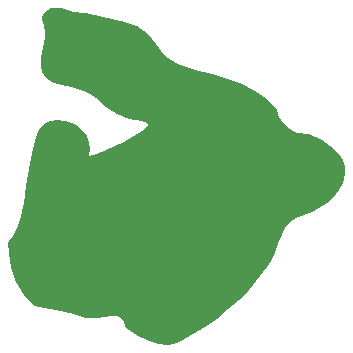
<source format=gbo>
%FSLAX46Y46*%
%MOMM*%
G01*
%LPD*%
G36*
X-52727071Y-6586087D02*
X-52666346Y-7411072D01*
X-52496318Y-8664598D01*
X-52052163Y-9857400D01*
X-51383326Y-10943500D01*
X-50538389Y-11876055D01*
X-48308934Y-12270764D01*
X-47215026Y-12520601D01*
X-46139336Y-12861526D01*
X-45104417Y-12853718D01*
X-44037402Y-12728800D01*
X-43568089Y-12751354D01*
X-43182922Y-12897960D01*
X-42912264Y-13220668D01*
X-42787346Y-13770658D01*
X-41742017Y-14421277D01*
X-40561360Y-14939170D01*
X-39946308Y-15092716D01*
X-39330389Y-15145633D01*
X-38724012Y-15076234D01*
X-38136720Y-14861963D01*
X-36041726Y-13644871D01*
X-35044110Y-12969095D01*
X-34143653Y-12151917D01*
X-33196351Y-11377247D01*
X-32371366Y-10482862D01*
X-30869737Y-8551824D01*
X-30515800Y-8072101D01*
X-30253817Y-7523846D01*
X-29840024Y-6339719D01*
X-29309118Y-5233666D01*
X-28897927Y-4784305D01*
X-28337527Y-4443381D01*
X-26989444Y-3895126D01*
X-25719435Y-3124793D01*
X-25176385Y-2640732D01*
X-24728759Y-2082935D01*
X-24400847Y-1445328D01*
X-24218674Y-720104D01*
X-24242964Y-71220D01*
X-24428607Y498722D01*
X-24746109Y996663D01*
X-25165975Y1430409D01*
X-26195689Y2134813D01*
X-27283524Y2670056D01*
X-28269863Y2808854D01*
X-29094848Y3208767D01*
X-29689947Y3877604D01*
X-29879061Y4315687D01*
X-29985762Y4825773D01*
X-30861062Y5663770D01*
X-31867353Y6351692D01*
X-32963863Y6897344D01*
X-34106351Y7309403D01*
X-35509086Y7751824D01*
X-36945653Y8123978D01*
X-38327568Y8610642D01*
X-38970380Y8955036D01*
X-39565479Y9396590D01*
X-40216099Y10303119D01*
X-40936985Y11150659D01*
X-41804477Y11807350D01*
X-42316297Y12022489D01*
X-42893180Y12138733D01*
X-45065380Y12700000D01*
X-46159288Y12934223D01*
X-47278353Y13041792D01*
X-48175340Y13348017D01*
X-49126979Y13310715D01*
X-49511278Y13136349D01*
X-49772393Y12845739D01*
X-49865215Y12426740D01*
X-49744633Y11868942D01*
X-49617980Y11333700D01*
X-49635329Y10769830D01*
X-49875625Y9601318D01*
X-49980591Y9019230D01*
X-49997941Y8454493D01*
X-49869552Y7916648D01*
X-49537303Y7417840D01*
X-49056712Y7096000D01*
X-48531012Y6882597D01*
X-47409344Y6623217D01*
X-46299822Y6335209D01*
X-45789736Y6085372D01*
X-45330833Y5714085D01*
X-44478955Y4975849D01*
X-43540329Y4388557D01*
X-42515820Y3985173D01*
X-41404563Y3796927D01*
X-40987299Y3625164D01*
X-40894477Y3418700D01*
X-41049759Y3187081D01*
X-41377671Y2941581D01*
X-42248633Y2447978D01*
X-42900987Y2015099D01*
X-44426906Y1302888D01*
X-45192034Y969771D01*
X-45946752Y779790D01*
X-45822701Y1374022D01*
X-45873883Y1943965D01*
X-46076009Y2472267D01*
X-46404788Y2941581D01*
X-46835064Y3334554D01*
X-47342547Y3633838D01*
X-47903815Y3822084D01*
X-48492842Y3880206D01*
X-49196378Y3798662D01*
X-49731621Y3495040D01*
X-50126330Y3017920D01*
X-50409133Y2416748D01*
X-50752659Y1033098D01*
X-50985147Y-267273D01*
X-51238455Y-1707310D01*
X-51428436Y-3166432D01*
X-51731191Y-4590855D01*
X-51979294Y-5272704D01*
X-52321085Y-5925058D01*
X-52614297Y-6229548D01*
X-52727071Y-6586087D01*
D02*
G37*
G01*
%LPD*%
G75*
M02*

</source>
